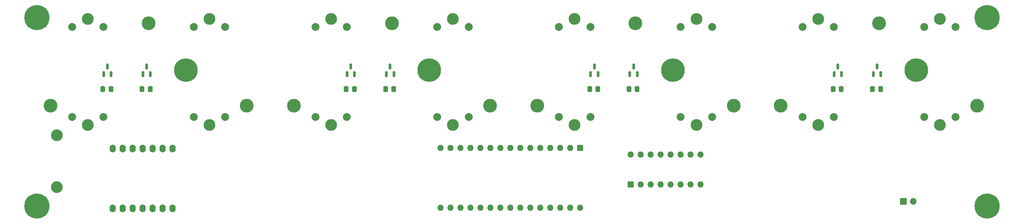
<source format=gbr>
%TF.GenerationSoftware,KiCad,Pcbnew,(7.0.0-0)*%
%TF.CreationDate,2023-03-24T13:01:54+01:00*%
%TF.ProjectId,klock_pcb,6b6c6f63-6b5f-4706-9362-2e6b69636164,rev?*%
%TF.SameCoordinates,Original*%
%TF.FileFunction,Soldermask,Bot*%
%TF.FilePolarity,Negative*%
%FSLAX46Y46*%
G04 Gerber Fmt 4.6, Leading zero omitted, Abs format (unit mm)*
G04 Created by KiCad (PCBNEW (7.0.0-0)) date 2023-03-24 13:01:54*
%MOMM*%
%LPD*%
G01*
G04 APERTURE LIST*
G04 Aperture macros list*
%AMRoundRect*
0 Rectangle with rounded corners*
0 $1 Rounding radius*
0 $2 $3 $4 $5 $6 $7 $8 $9 X,Y pos of 4 corners*
0 Add a 4 corners polygon primitive as box body*
4,1,4,$2,$3,$4,$5,$6,$7,$8,$9,$2,$3,0*
0 Add four circle primitives for the rounded corners*
1,1,$1+$1,$2,$3*
1,1,$1+$1,$4,$5*
1,1,$1+$1,$6,$7*
1,1,$1+$1,$8,$9*
0 Add four rect primitives between the rounded corners*
20,1,$1+$1,$2,$3,$4,$5,0*
20,1,$1+$1,$4,$5,$6,$7,0*
20,1,$1+$1,$6,$7,$8,$9,0*
20,1,$1+$1,$8,$9,$2,$3,0*%
G04 Aperture macros list end*
%ADD10O,1.600000X2.000000*%
%ADD11RoundRect,0.800000X0.000000X-0.200000X0.000000X0.200000X0.000000X0.200000X0.000000X-0.200000X0*%
%ADD12C,3.000000*%
%ADD13C,6.400000*%
%ADD14R,1.600000X1.600000*%
%ADD15O,1.600000X1.600000*%
%ADD16R,1.700000X1.700000*%
%ADD17O,1.700000X1.700000*%
%ADD18C,3.500000*%
%ADD19C,6.000000*%
%ADD20C,2.000000*%
%ADD21RoundRect,0.250000X0.337500X0.475000X-0.337500X0.475000X-0.337500X-0.475000X0.337500X-0.475000X0*%
%ADD22RoundRect,0.150000X0.150000X-0.587500X0.150000X0.587500X-0.150000X0.587500X-0.150000X-0.587500X0*%
G04 APERTURE END LIST*
D10*
%TO.C,U18*%
X45323249Y-121772999D03*
D11*
X47863250Y-121773000D03*
X50403250Y-121773000D03*
X52943250Y-121773000D03*
X55483250Y-121773000D03*
X58023250Y-121773000D03*
X60563250Y-121773000D03*
X60563250Y-106533000D03*
X58023250Y-106533000D03*
X55483250Y-106533000D03*
X52943250Y-106533000D03*
X50403250Y-106533000D03*
X47863250Y-106533000D03*
X45323250Y-106533000D03*
%TD*%
D12*
%TO.C,BT1*%
X31115000Y-103124000D03*
X31115000Y-116324000D03*
%TD*%
D13*
%TO.C,H3*%
X268065000Y-73175000D03*
%TD*%
%TO.C,H4*%
X268065000Y-121175000D03*
%TD*%
D14*
%TO.C,U15*%
X177299999Y-115619999D03*
D15*
X179839999Y-115619999D03*
X182379999Y-115619999D03*
X184919999Y-115619999D03*
X187459999Y-115619999D03*
X189999999Y-115619999D03*
X192539999Y-115619999D03*
X195079999Y-115619999D03*
X195079999Y-107999999D03*
X192539999Y-107999999D03*
X189999999Y-107999999D03*
X187459999Y-107999999D03*
X184919999Y-107999999D03*
X182379999Y-107999999D03*
X179839999Y-107999999D03*
X177299999Y-107999999D03*
%TD*%
D16*
%TO.C,J3*%
X246724999Y-119999999D03*
D17*
X249264999Y-119999999D03*
%TD*%
D18*
%TO.C,U9*%
X79490000Y-95575000D03*
D12*
X70000000Y-100515000D03*
X70000000Y-73515000D03*
D19*
X64000000Y-86575000D03*
D18*
X54490000Y-74575000D03*
D12*
X39000000Y-100515000D03*
X39000000Y-73515000D03*
D18*
X29490000Y-95575000D03*
D20*
X35000000Y-98515000D03*
X43000000Y-98515000D03*
X66000000Y-98515000D03*
X74000000Y-98515000D03*
X74000000Y-75515000D03*
X66000000Y-75515000D03*
X43000000Y-75515000D03*
X35000000Y-75515000D03*
%TD*%
D14*
%TO.C,A1*%
X164399999Y-106379999D03*
D15*
X161859999Y-106379999D03*
X159319999Y-106379999D03*
X156779999Y-106379999D03*
X154239999Y-106379999D03*
X151699999Y-106379999D03*
X149159999Y-106379999D03*
X146619999Y-106379999D03*
X144079999Y-106379999D03*
X141539999Y-106379999D03*
X138999999Y-106379999D03*
X136459999Y-106379999D03*
X133919999Y-106379999D03*
X131379999Y-106379999D03*
X128839999Y-106379999D03*
X128839999Y-121619999D03*
X131379999Y-121619999D03*
X133919999Y-121619999D03*
X136459999Y-121619999D03*
X138999999Y-121619999D03*
X141539999Y-121619999D03*
X144079999Y-121619999D03*
X146619999Y-121619999D03*
X149159999Y-121619999D03*
X151699999Y-121619999D03*
X154239999Y-121619999D03*
X156779999Y-121619999D03*
X159319999Y-121619999D03*
X161859999Y-121619999D03*
X164399999Y-121619999D03*
%TD*%
D18*
%TO.C,U11*%
X141490000Y-95575000D03*
D12*
X132000000Y-100515000D03*
X132000000Y-73515000D03*
D19*
X126000000Y-86575000D03*
D18*
X116490000Y-74575000D03*
D12*
X101000000Y-100515000D03*
X101000000Y-73515000D03*
D18*
X91490000Y-95575000D03*
D20*
X97000000Y-98515000D03*
X105000000Y-98515000D03*
X128000000Y-98515000D03*
X136000000Y-98515000D03*
X136000000Y-75515000D03*
X128000000Y-75515000D03*
X105000000Y-75515000D03*
X97000000Y-75515000D03*
%TD*%
D13*
%TO.C,H2*%
X26065000Y-121175000D03*
%TD*%
D18*
%TO.C,U14*%
X265490000Y-95575000D03*
D12*
X256000000Y-100515000D03*
X256000000Y-73515000D03*
D19*
X250000000Y-86575000D03*
D18*
X240490000Y-74575000D03*
D12*
X225000000Y-100515000D03*
X225000000Y-73515000D03*
D18*
X215490000Y-95575000D03*
D20*
X221000000Y-98515000D03*
X229000000Y-98515000D03*
X252000000Y-98515000D03*
X260000000Y-98515000D03*
X260000000Y-75515000D03*
X252000000Y-75515000D03*
X229000000Y-75515000D03*
X221000000Y-75515000D03*
%TD*%
D13*
%TO.C,H1*%
X26065000Y-73175000D03*
%TD*%
D18*
%TO.C,U12*%
X203490000Y-95575000D03*
D12*
X194000000Y-100515000D03*
X194000000Y-73515000D03*
D19*
X188000000Y-86575000D03*
D18*
X178490000Y-74575000D03*
D12*
X163000000Y-100515000D03*
X163000000Y-73515000D03*
D18*
X153490000Y-95575000D03*
D20*
X159000000Y-98515000D03*
X167000000Y-98515000D03*
X190000000Y-98515000D03*
X198000000Y-98515000D03*
X198000000Y-75515000D03*
X190000000Y-75515000D03*
X167000000Y-75515000D03*
X159000000Y-75515000D03*
%TD*%
D21*
%TO.C,C7*%
X168902500Y-91375000D03*
X166827500Y-91375000D03*
%TD*%
D22*
%TO.C,U2*%
X54950000Y-87512500D03*
X54000000Y-85637500D03*
X53050000Y-87512500D03*
%TD*%
%TO.C,U6*%
X178950000Y-87512500D03*
X178000000Y-85637500D03*
X177050000Y-87512500D03*
%TD*%
D21*
%TO.C,C3*%
X44902500Y-91375000D03*
X42827500Y-91375000D03*
%TD*%
%TO.C,C5*%
X106902500Y-91375000D03*
X104827500Y-91375000D03*
%TD*%
D22*
%TO.C,U3*%
X106950000Y-87512500D03*
X106000000Y-85637500D03*
X105050000Y-87512500D03*
%TD*%
%TO.C,U7*%
X230950000Y-87512500D03*
X230000000Y-85637500D03*
X229050000Y-87512500D03*
%TD*%
%TO.C,U8*%
X240950000Y-87512500D03*
X240000000Y-85637500D03*
X239050000Y-87512500D03*
%TD*%
D21*
%TO.C,C4*%
X54902500Y-91375000D03*
X52827500Y-91375000D03*
%TD*%
%TO.C,C8*%
X178902500Y-91375000D03*
X176827500Y-91375000D03*
%TD*%
%TO.C,C6*%
X116902500Y-91375000D03*
X114827500Y-91375000D03*
%TD*%
D22*
%TO.C,U4*%
X116950000Y-87512500D03*
X116000000Y-85637500D03*
X115050000Y-87512500D03*
%TD*%
D21*
%TO.C,C11*%
X230902500Y-91375000D03*
X228827500Y-91375000D03*
%TD*%
D22*
%TO.C,U5*%
X168950000Y-87512500D03*
X168000000Y-85637500D03*
X167050000Y-87512500D03*
%TD*%
D21*
%TO.C,C12*%
X240902500Y-91375000D03*
X238827500Y-91375000D03*
%TD*%
D22*
%TO.C,U1*%
X44950000Y-87512500D03*
X44000000Y-85637500D03*
X43050000Y-87512500D03*
%TD*%
M02*

</source>
